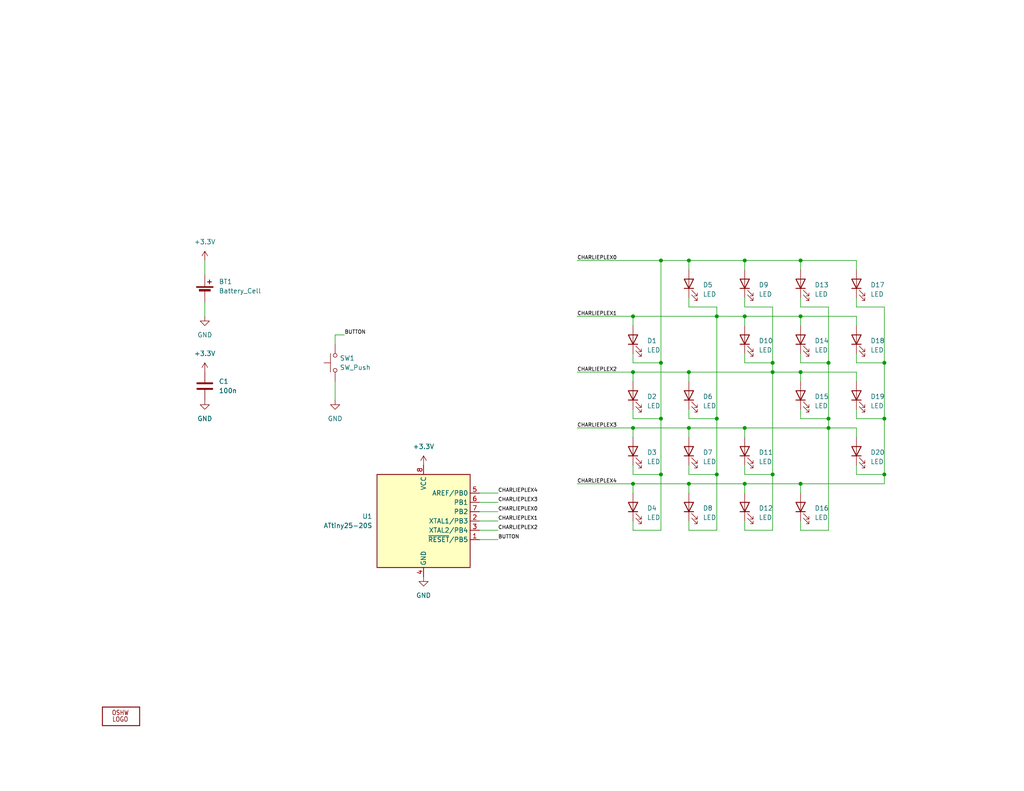
<source format=kicad_sch>
(kicad_sch (version 20230121) (generator eeschema)
  (paper "USLetter")
  (lib_symbols
    (symbol "Device:Battery_Cell" (pin_numbers hide) (pin_names (offset 0) hide)
      (property "Reference" "BT" (at 2.54 2.54 0))
      (property "Value" "Battery_Cell" (at 2.54 0 0))
      (symbol "Battery_Cell_0_1"
        (rectangle (start -2.286 1.778) (end 2.286 1.524) (fill (type outline)))
        (rectangle (start -1.524 1.016) (end 1.524 0.508) (fill (type outline)))
        (polyline (pts (xy 0 0.762) (xy 0 0)))
        (polyline (pts (xy 0 1.778) (xy 0 2.54)))
        (polyline (pts (xy 0.762 3.048) (xy 1.778 3.048)) (stroke (width 0.254)))
        (polyline (pts (xy 1.27 3.556) (xy 1.27 2.54)) (stroke (width 0.254)))
      )
      (symbol "Battery_Cell_1_1"
        (pin passive line (at 0 5.08 270) (length 2.54) (name "+") (number "1"))
        (pin passive line (at 0 -2.54 90) (length 2.54) (name "-") (number "2"))
      )
    )
    (symbol "Device:C" (pin_numbers hide) (pin_names (offset 0.254))
      (property "Reference" "C" (at 0.635 2.54 0))
      (property "Value" "C" (at 0.635 -2.54 0))
      (symbol "C_0_1"
        (polyline (pts (xy -2.032 -0.762) (xy 2.032 -0.762)) (stroke (width 0.508)))
        (polyline (pts (xy -2.032 0.762) (xy 2.032 0.762)) (stroke (width 0.508)))
      )
      (symbol "C_1_1"
        (pin passive line (at 0 3.81 270) (length 2.794) (name "~") (number "1"))
        (pin passive line (at 0 -3.81 90) (length 2.794) (name "~") (number "2"))
      )
    )
    (symbol "Device:LED" (pin_numbers hide) (pin_names (offset 1.016) hide)
      (property "Reference" "D" (at 0 2.54 0))
      (property "Value" "LED" (at 0 -2.54 0))
      (symbol "LED_0_1"
        (polyline (pts (xy -1.27 -1.27) (xy -1.27 1.27)) (stroke (width 0.254)))
        (polyline (pts (xy -1.27 0) (xy 1.27 0)))
        (polyline (pts (xy 1.27 -1.27) (xy 1.27 1.27) (xy -1.27 0) (xy 1.27 -1.27)) (stroke (width 0.254)))
        (polyline (pts (xy -3.048 -0.762) (xy -4.572 -2.286) (xy -3.81 -2.286) (xy -4.572 -2.286) (xy -4.572 -1.524)))
        (polyline (pts (xy -1.778 -0.762) (xy -3.302 -2.286) (xy -2.54 -2.286) (xy -3.302 -2.286) (xy -3.302 -1.524)))
      )
      (symbol "LED_1_1"
        (pin passive line (at -3.81 0 0) (length 2.54) (name "K") (number "1"))
        (pin passive line (at 3.81 0 180) (length 2.54) (name "A") (number "2"))
      )
    )
    (symbol "MCU_Microchip_ATtiny:ATtiny25-20S"
      (property "Reference" "U" (at -12.7 13.97 0))
      (property "Value" "ATtiny25-20S" (at 2.54 -13.97 0))
      (symbol "ATtiny25-20S_0_1"
        (rectangle (start -12.7 -12.7) (end 12.7 12.7) (stroke (width 0.254)) (fill (type background)))
      )
      (symbol "ATtiny25-20S_1_1"
        (pin bidirectional line (at 15.24 -5.08 180) (length 2.54) (name "~{RESET}/PB5") (number "1"))
        (pin bidirectional line (at 15.24 0 180) (length 2.54) (name "XTAL1/PB3") (number "2"))
        (pin bidirectional line (at 15.24 -2.54 180) (length 2.54) (name "XTAL2/PB4") (number "3"))
        (pin power_in line (at 0 -15.24 90) (length 2.54) (name "GND") (number "4"))
        (pin bidirectional line (at 15.24 7.62 180) (length 2.54) (name "AREF/PB0") (number "5"))
        (pin bidirectional line (at 15.24 5.08 180) (length 2.54) (name "PB1") (number "6"))
        (pin bidirectional line (at 15.24 2.54 180) (length 2.54) (name "PB2") (number "7"))
        (pin power_in line (at 0 15.24 270) (length 2.54) (name "VCC") (number "8"))
      )
    )
    (symbol "Switch:SW_Push" (pin_numbers hide) (pin_names (offset 1.016) hide)
      (property "Reference" "SW" (at 1.27 2.54 0))
      (property "Value" "SW_Push" (at 0 -1.524 0))
      (symbol "SW_Push_0_1"
        (circle (center -2.032 0) (radius 0.508))
        (polyline (pts (xy 0 1.27) (xy 0 3.048)))
        (polyline (pts (xy 2.54 1.27) (xy -2.54 1.27)))
        (circle (center 2.032 0) (radius 0.508))
        (pin passive line (at -5.08 0 0) (length 2.54) (name "1") (number "1"))
        (pin passive line (at 5.08 0 180) (length 2.54) (name "2") (number "2"))
      )
    )
    (symbol "power:+3.3V" (power) (pin_names (offset 0))
      (property "Value" "+3.3V" (at 0 3.556 0))
      (symbol "+3.3V_0_1"
        (polyline (pts (xy -0.762 1.27) (xy 0 2.54)))
        (polyline (pts (xy 0 0) (xy 0 2.54)))
        (polyline (pts (xy 0 2.54) (xy 0.762 1.27)))
      )
      (symbol "+3.3V_1_1"
        (pin power_in line (at 0 0 90) (length 0) hide (name "+3.3V") (number "1"))
      )
    )
    (symbol "power:GND" (power) (pin_names (offset 0))
      (property "Value" "GND" (at 0 -3.81 0))
      (symbol "GND_0_1"
        (polyline (pts (xy 0 0) (xy 0 -1.27) (xy 1.27 -1.27) (xy 0 -2.54) (xy -1.27 -1.27) (xy 0 -1.27)))
      )
      (symbol "GND_1_1"
        (pin power_in line (at 0 0 270) (length 0) hide (name "GND") (number "1"))
      )
    )
    (symbol "valentines-heart-punk-r1.2-rotated-eagle-import:OSHW_LOGO_FILLX0100-NT"
      (symbol "OSHW_LOGO_FILLX0100-NT_1_0"
        (polyline (pts (xy -5.08 -2.54) (xy -5.08 2.54)) (stroke (width 0.254)))
        (polyline (pts (xy -5.08 2.54) (xy 5.08 2.54)) (stroke (width 0.254)))
        (polyline (pts (xy 5.08 -2.54) (xy -5.08 -2.54)) (stroke (width 0.254)))
        (polyline (pts (xy 5.08 2.54) (xy 5.08 -2.54)) (stroke (width 0.254)))
        (text "LOGO" (at -2.413 -1.524 0) (effects (font (size 1.27 1.0795)) (justify left bottom)))
        (text "OSHW" (at -2.54 0.254 0) (effects (font (size 1.27 1.0795)) (justify left bottom)))
      )
    )
  )
  (junction (at 218.44 86.36))
  (junction (at 241.3 129.54))
  (junction (at 180.34 129.54))
  (junction (at 180.34 71.12))
  (junction (at 180.34 114.3))
  (junction (at 210.82 101.6))
  (junction (at 203.2 116.84))
  (junction (at 187.96 71.12))
  (junction (at 226.06 114.3))
  (junction (at 172.72 101.6))
  (junction (at 195.58 86.36))
  (junction (at 187.96 116.84))
  (junction (at 172.72 116.84))
  (junction (at 203.2 86.36))
  (junction (at 241.3 114.3))
  (junction (at 187.96 132.08))
  (junction (at 210.82 129.54))
  (junction (at 187.96 101.6))
  (junction (at 218.44 132.08))
  (junction (at 226.06 99.06))
  (junction (at 172.72 132.08))
  (junction (at 218.44 101.6))
  (junction (at 195.58 114.3))
  (junction (at 218.44 71.12))
  (junction (at 180.34 99.06))
  (junction (at 226.06 116.84))
  (junction (at 210.82 99.06))
  (junction (at 195.58 129.54))
  (junction (at 203.2 71.12))
  (junction (at 172.72 86.36))
  (junction (at 203.2 132.08))
  (junction (at 241.3 99.06))
  (wire (pts (xy 172.72 114.3) (xy 172.72 111.76)) (stroke (width 0.1524)))
  (wire (pts (xy 218.44 101.6) (xy 233.68 101.6)) (stroke (width 0.1524)))
  (wire (pts (xy 233.68 86.36) (xy 233.68 88.9)) (stroke (width 0.1524)))
  (wire (pts (xy 203.2 132.08) (xy 203.2 134.62)) (stroke (width 0.1524)))
  (wire (pts (xy 241.3 129.54) (xy 241.3 114.3)) (stroke (width 0.1524)))
  (wire (pts (xy 187.96 83.82) (xy 195.58 83.82)) (stroke (width 0.1524)))
  (wire (pts (xy 187.96 144.78) (xy 187.96 142.24)) (stroke (width 0.1524)))
  (wire (pts (xy 233.68 99.06) (xy 241.3 99.06)) (stroke (width 0.1524)))
  (wire (pts (xy 187.96 116.84) (xy 203.2 116.84)) (stroke (width 0.1524)))
  (wire (pts (xy 203.2 99.06) (xy 210.82 99.06)) (stroke (width 0.1524)))
  (wire (pts (xy 218.44 132.08) (xy 241.3 132.08)) (stroke (width 0.1524)))
  (wire (pts (xy 210.82 99.06) (xy 210.82 101.6)) (stroke (width 0.1524)))
  (wire (pts (xy 195.58 144.78) (xy 195.58 129.54)) (stroke (width 0.1524)))
  (wire (pts (xy 172.72 86.36) (xy 172.72 88.9)) (stroke (width 0.1524)))
  (wire (pts (xy 203.2 132.08) (xy 218.44 132.08)) (stroke (width 0.1524)))
  (wire (pts (xy 241.3 132.08) (xy 241.3 129.54)) (stroke (width 0.1524)))
  (wire (pts (xy 172.72 132.08) (xy 157.48 132.08)) (stroke (width 0.1524)))
  (wire (pts (xy 172.72 129.54) (xy 180.34 129.54)) (stroke (width 0.1524)))
  (wire (pts (xy 233.68 111.76) (xy 233.68 114.3)) (stroke (width 0.1524)))
  (wire (pts (xy 187.96 144.78) (xy 195.58 144.78)) (stroke (width 0.1524)))
  (wire (pts (xy 91.44 91.44) (xy 93.98 91.44)) (stroke (width 0.1524)))
  (wire (pts (xy 210.82 144.78) (xy 210.82 129.54)) (stroke (width 0.1524)))
  (wire (pts (xy 233.68 129.54) (xy 241.3 129.54)) (stroke (width 0.1524)))
  (wire (pts (xy 233.68 96.52) (xy 233.68 99.06)) (stroke (width 0.1524)))
  (wire (pts (xy 55.88 83.82) (xy 55.88 86.36)) (stroke (width 0.1524)))
  (wire (pts (xy 203.2 86.36) (xy 195.58 86.36)) (stroke (width 0.1524)))
  (wire (pts (xy 218.44 86.36) (xy 233.68 86.36)) (stroke (width 0.1524)))
  (wire (pts (xy 203.2 86.36) (xy 203.2 88.9)) (stroke (width 0.1524)))
  (wire (pts (xy 130.81 144.78) (xy 135.89 144.78)) (stroke (width 0.1524)))
  (wire (pts (xy 180.34 99.06) (xy 180.34 114.3)) (stroke (width 0.1524)))
  (wire (pts (xy 210.82 101.6) (xy 187.96 101.6)) (stroke (width 0.1524)))
  (wire (pts (xy 218.44 99.06) (xy 218.44 96.52)) (stroke (width 0.1524)))
  (wire (pts (xy 226.06 114.3) (xy 226.06 116.84)) (stroke (width 0.1524)))
  (wire (pts (xy 218.44 99.06) (xy 226.06 99.06)) (stroke (width 0.1524)))
  (wire (pts (xy 210.82 129.54) (xy 210.82 101.6)) (stroke (width 0.1524)))
  (wire (pts (xy 55.88 82.55) (xy 55.88 83.82)))
  (wire (pts (xy 172.72 144.78) (xy 172.72 142.24)) (stroke (width 0.1524)))
  (wire (pts (xy 233.68 116.84) (xy 233.68 119.38)) (stroke (width 0.1524)))
  (wire (pts (xy 172.72 99.06) (xy 172.72 96.52)) (stroke (width 0.1524)))
  (wire (pts (xy 172.72 132.08) (xy 172.72 134.62)) (stroke (width 0.1524)))
  (wire (pts (xy 187.96 71.12) (xy 187.96 73.66)) (stroke (width 0.1524)))
  (wire (pts (xy 203.2 71.12) (xy 203.2 73.66)) (stroke (width 0.1524)))
  (wire (pts (xy 187.96 116.84) (xy 187.96 119.38)) (stroke (width 0.1524)))
  (wire (pts (xy 172.72 101.6) (xy 157.48 101.6)) (stroke (width 0.1524)))
  (wire (pts (xy 195.58 114.3) (xy 195.58 86.36)) (stroke (width 0.1524)))
  (wire (pts (xy 157.48 86.36) (xy 172.72 86.36)) (stroke (width 0.1524)))
  (wire (pts (xy 172.72 114.3) (xy 180.34 114.3)) (stroke (width 0.1524)))
  (wire (pts (xy 241.3 114.3) (xy 241.3 99.06)) (stroke (width 0.1524)))
  (wire (pts (xy 195.58 83.82) (xy 195.58 86.36)) (stroke (width 0.1524)))
  (wire (pts (xy 130.81 142.24) (xy 135.89 142.24)) (stroke (width 0.1524)))
  (wire (pts (xy 226.06 99.06) (xy 226.06 114.3)) (stroke (width 0.1524)))
  (wire (pts (xy 203.2 116.84) (xy 226.06 116.84)) (stroke (width 0.1524)))
  (wire (pts (xy 233.68 127) (xy 233.68 129.54)) (stroke (width 0.1524)))
  (wire (pts (xy 226.06 116.84) (xy 233.68 116.84)) (stroke (width 0.1524)))
  (wire (pts (xy 172.72 116.84) (xy 187.96 116.84)) (stroke (width 0.1524)))
  (wire (pts (xy 218.44 101.6) (xy 210.82 101.6)) (stroke (width 0.1524)))
  (wire (pts (xy 241.3 83.82) (xy 233.68 83.82)) (stroke (width 0.1524)))
  (wire (pts (xy 233.68 101.6) (xy 233.68 104.14)) (stroke (width 0.1524)))
  (wire (pts (xy 241.3 99.06) (xy 241.3 83.82)) (stroke (width 0.1524)))
  (wire (pts (xy 226.06 116.84) (xy 226.06 144.78)) (stroke (width 0.1524)))
  (wire (pts (xy 187.96 132.08) (xy 203.2 132.08)) (stroke (width 0.1524)))
  (wire (pts (xy 218.44 86.36) (xy 218.44 88.9)) (stroke (width 0.1524)))
  (wire (pts (xy 218.44 71.12) (xy 233.68 71.12)) (stroke (width 0.1524)))
  (wire (pts (xy 172.72 101.6) (xy 172.72 104.14)) (stroke (width 0.1524)))
  (wire (pts (xy 130.81 137.16) (xy 135.89 137.16)) (stroke (width 0.1524)))
  (wire (pts (xy 187.96 114.3) (xy 187.96 111.76)) (stroke (width 0.1524)))
  (wire (pts (xy 172.72 129.54) (xy 172.72 127)) (stroke (width 0.1524)))
  (wire (pts (xy 218.44 114.3) (xy 226.06 114.3)) (stroke (width 0.1524)))
  (wire (pts (xy 233.68 114.3) (xy 241.3 114.3)) (stroke (width 0.1524)))
  (wire (pts (xy 187.96 71.12) (xy 180.34 71.12)) (stroke (width 0.1524)))
  (wire (pts (xy 91.44 109.22) (xy 91.44 104.14)) (stroke (width 0.1524)))
  (wire (pts (xy 180.34 71.12) (xy 180.34 99.06)) (stroke (width 0.1524)))
  (wire (pts (xy 187.96 129.54) (xy 195.58 129.54)) (stroke (width 0.1524)))
  (wire (pts (xy 203.2 83.82) (xy 210.82 83.82)) (stroke (width 0.1524)))
  (wire (pts (xy 218.44 71.12) (xy 203.2 71.12)) (stroke (width 0.1524)))
  (wire (pts (xy 55.88 71.12) (xy 55.88 74.93)) (stroke (width 0.1524)))
  (wire (pts (xy 195.58 129.54) (xy 195.58 114.3)) (stroke (width 0.1524)))
  (wire (pts (xy 203.2 129.54) (xy 203.2 127)) (stroke (width 0.1524)))
  (wire (pts (xy 180.34 144.78) (xy 172.72 144.78)) (stroke (width 0.1524)))
  (wire (pts (xy 233.68 83.82) (xy 233.68 81.28)) (stroke (width 0.1524)))
  (wire (pts (xy 180.34 71.12) (xy 157.48 71.12)) (stroke (width 0.1524)))
  (wire (pts (xy 203.2 144.78) (xy 203.2 142.24)) (stroke (width 0.1524)))
  (wire (pts (xy 187.96 83.82) (xy 187.96 81.28)) (stroke (width 0.1524)))
  (wire (pts (xy 91.44 91.44) (xy 91.44 93.98)) (stroke (width 0.1524)))
  (wire (pts (xy 203.2 83.82) (xy 203.2 81.28)) (stroke (width 0.1524)))
  (wire (pts (xy 203.2 86.36) (xy 218.44 86.36)) (stroke (width 0.1524)))
  (wire (pts (xy 187.96 101.6) (xy 187.96 104.14)) (stroke (width 0.1524)))
  (wire (pts (xy 130.81 139.7) (xy 135.89 139.7)) (stroke (width 0.1524)))
  (wire (pts (xy 218.44 83.82) (xy 218.44 81.28)) (stroke (width 0.1524)))
  (wire (pts (xy 218.44 83.82) (xy 226.06 83.82)) (stroke (width 0.1524)))
  (wire (pts (xy 218.44 71.12) (xy 218.44 73.66)) (stroke (width 0.1524)))
  (wire (pts (xy 187.96 129.54) (xy 187.96 127)) (stroke (width 0.1524)))
  (wire (pts (xy 195.58 86.36) (xy 172.72 86.36)) (stroke (width 0.1524)))
  (wire (pts (xy 203.2 71.12) (xy 187.96 71.12)) (stroke (width 0.1524)))
  (wire (pts (xy 203.2 144.78) (xy 210.82 144.78)) (stroke (width 0.1524)))
  (wire (pts (xy 172.72 99.06) (xy 180.34 99.06)) (stroke (width 0.1524)))
  (wire (pts (xy 187.96 114.3) (xy 195.58 114.3)) (stroke (width 0.1524)))
  (wire (pts (xy 172.72 116.84) (xy 172.72 119.38)) (stroke (width 0.1524)))
  (wire (pts (xy 218.44 114.3) (xy 218.44 111.76)) (stroke (width 0.1524)))
  (wire (pts (xy 130.81 147.32) (xy 135.89 147.32)) (stroke (width 0.1524)))
  (wire (pts (xy 187.96 101.6) (xy 172.72 101.6)) (stroke (width 0.1524)))
  (wire (pts (xy 226.06 144.78) (xy 218.44 144.78)) (stroke (width 0.1524)))
  (wire (pts (xy 203.2 99.06) (xy 203.2 96.52)) (stroke (width 0.1524)))
  (wire (pts (xy 172.72 132.08) (xy 187.96 132.08)) (stroke (width 0.1524)))
  (wire (pts (xy 130.81 134.62) (xy 135.89 134.62)) (stroke (width 0.1524)))
  (wire (pts (xy 180.34 129.54) (xy 180.34 144.78)) (stroke (width 0.1524)))
  (wire (pts (xy 187.96 132.08) (xy 187.96 134.62)) (stroke (width 0.1524)))
  (wire (pts (xy 180.34 114.3) (xy 180.34 129.54)) (stroke (width 0.1524)))
  (wire (pts (xy 218.44 101.6) (xy 218.44 104.14)) (stroke (width 0.1524)))
  (wire (pts (xy 218.44 144.78) (xy 218.44 142.24)) (stroke (width 0.1524)))
  (wire (pts (xy 210.82 83.82) (xy 210.82 99.06)) (stroke (width 0.1524)))
  (wire (pts (xy 172.72 116.84) (xy 157.48 116.84)) (stroke (width 0.1524)))
  (wire (pts (xy 210.82 129.54) (xy 203.2 129.54)) (stroke (width 0.1524)))
  (wire (pts (xy 218.44 132.08) (xy 218.44 134.62)) (stroke (width 0.1524)))
  (wire (pts (xy 226.06 83.82) (xy 226.06 99.06)) (stroke (width 0.1524)))
  (wire (pts (xy 203.2 116.84) (xy 203.2 119.38)) (stroke (width 0.1524)))
  (wire (pts (xy 233.68 71.12) (xy 233.68 73.66)) (stroke (width 0.1524)))
  (label "CHARLIEPLEX4" (at 157.48 132.08 0) (effects (font (size 0.9957 0.9957))))
  (label "CHARLIEPLEX2" (at 157.48 101.6 0) (effects (font (size 0.9957 0.9957))))
  (label "CHARLIEPLEX0" (at 157.48 71.12 0) (effects (font (size 0.9957 0.9957))))
  (label "BUTTON" (at 135.89 147.32 0) (effects (font (size 0.9957 0.9957))))
  (label "CHARLIEPLEX4" (at 135.89 134.62 0) (effects (font (size 0.9957 0.9957))))
  (label "CHARLIEPLEX3" (at 157.48 116.84 0) (effects (font (size 0.9957 0.9957))))
  (label "CHARLIEPLEX2" (at 135.89 144.78 0) (effects (font (size 0.9957 0.9957))))
  (label "CHARLIEPLEX1" (at 135.89 142.24 0) (effects (font (size 0.9957 0.9957))))
  (label "BUTTON" (at 93.98 91.44 0) (effects (font (size 0.9957 0.9957))))
  (label "CHARLIEPLEX1" (at 157.48 86.36 0) (effects (font (size 0.9957 0.9957))))
  (label "CHARLIEPLEX3" (at 135.89 137.16 0) (effects (font (size 0.9957 0.9957))))
  (label "CHARLIEPLEX0" (at 135.89 139.7 0) (effects (font (size 0.9957 0.9957))))
  (symbol (lib_id "Device:LED") (at 218.44 107.95 90) (unit 1)
    (property "Reference" "D15" (at 222.25 108.2675 90) (effects (justify right)))
    (property "Value" "LED" (at 222.25 110.8075 90) (effects (justify right)))
    (property "Footprint" "LED_SMD:LED_1206_3216Metric" (effects hide))
  )
  (symbol (lib_id "Device:LED") (at 203.2 92.71 90) (unit 1)
    (property "Reference" "D10" (at 207.01 93.0275 90) (effects (justify right)))
    (property "Value" "LED" (at 207.01 95.5675 90) (effects (justify right)))
    (property "Footprint" "LED_SMD:LED_1206_3216Metric" (effects hide))
  )
  (symbol (lib_id "power:GND") (at 55.88 86.36 0) (unit 1)
    (property "Reference" "#PWR01" (effects hide))
    (property "Value" "GND" (at 55.88 91.44 0))
  )
  (symbol (lib_id "Device:LED") (at 203.2 77.47 90) (unit 1)
    (property "Reference" "D9" (at 207.01 77.7875 90) (effects (justify right)))
    (property "Value" "LED" (at 207.01 80.3275 90) (effects (justify right)))
    (property "Footprint" "LED_SMD:LED_1206_3216Metric" (effects hide))
  )
  (symbol (lib_id "power:GND") (at 115.57 157.48 0) (unit 1)
    (property "Reference" "#PWR04" (effects hide))
    (property "Value" "GND" (at 115.57 162.56 0))
  )
  (symbol (lib_id "Device:C") (at 55.88 105.41 0) (unit 1)
    (property "Reference" "C1" (at 59.69 104.14 0) (effects (justify left)))
    (property "Value" "100n" (at 59.69 106.68 0) (effects (justify left)))
    (property "Footprint" "Capacitor_SMD:C_1206_3216Metric" (effects hide))
  )
  (symbol (lib_id "Device:LED") (at 233.68 77.47 90) (unit 1)
    (property "Reference" "D17" (at 237.49 77.7875 90) (effects (justify right)))
    (property "Value" "LED" (at 237.49 80.3275 90) (effects (justify right)))
    (property "Footprint" "LED_SMD:LED_1206_3216Metric" (effects hide))
  )
  (symbol (lib_id "Device:LED") (at 172.72 138.43 90) (unit 1)
    (property "Reference" "D4" (at 176.53 138.7475 90) (effects (justify right)))
    (property "Value" "LED" (at 176.53 141.2875 90) (effects (justify right)))
    (property "Footprint" "LED_SMD:LED_1206_3216Metric" (effects hide))
  )
  (symbol (lib_id "Device:LED") (at 172.72 92.71 90) (unit 1)
    (property "Reference" "D1" (at 176.53 93.0275 90) (effects (justify right)))
    (property "Value" "LED" (at 176.53 95.5675 90) (effects (justify right)))
    (property "Footprint" "LED_SMD:LED_1206_3216Metric" (effects hide))
  )
  (symbol (lib_id "Device:LED") (at 218.44 92.71 90) (unit 1)
    (property "Reference" "D14" (at 222.25 93.0275 90) (effects (justify right)))
    (property "Value" "LED" (at 222.25 95.5675 90) (effects (justify right)))
    (property "Footprint" "LED_SMD:LED_1206_3216Metric" (effects hide))
  )
  (symbol (lib_id "power:+3.3V") (at 55.88 71.12 0) (unit 1)
    (property "Reference" "#PWR07" (effects hide))
    (property "Value" "+3.3V" (at 55.88 66.04 0))
  )
  (symbol (lib_id "Device:Battery_Cell") (at 55.88 80.01 0) (unit 1)
    (property "Reference" "BT1" (at 59.69 76.8985 0) (effects (justify left)))
    (property "Value" "Battery_Cell" (at 59.69 79.4385 0) (effects (justify left)))
    (property "Footprint" "Battery:BatteryHolder_Keystone_1060_1x2032" (effects hide))
  )
  (symbol (lib_id "Device:LED") (at 233.68 123.19 90) (unit 1)
    (property "Reference" "D20" (at 237.49 123.5075 90) (effects (justify right)))
    (property "Value" "LED" (at 237.49 126.0475 90) (effects (justify right)))
    (property "Footprint" "LED_SMD:LED_1206_3216Metric" (effects hide))
  )
  (symbol (lib_id "Device:LED") (at 233.68 92.71 90) (unit 1)
    (property "Reference" "D18" (at 237.49 93.0275 90) (effects (justify right)))
    (property "Value" "LED" (at 237.49 95.5675 90) (effects (justify right)))
    (property "Footprint" "LED_SMD:LED_1206_3216Metric" (effects hide))
  )
  (symbol (lib_id "Switch:SW_Push") (at 91.44 99.06 90) (unit 1)
    (property "Reference" "SW1" (at 92.71 97.79 90) (effects (justify right)))
    (property "Value" "SW_Push" (at 92.71 100.33 90) (effects (justify right)))
    (property "Footprint" "Button_Switch_SMD:SW_SPST_CK_RS282G05A3" (effects hide))
  )
  (symbol (lib_id "Device:LED") (at 218.44 138.43 90) (unit 1)
    (property "Reference" "D16" (at 222.25 138.7475 90) (effects (justify right)))
    (property "Value" "LED" (at 222.25 141.2875 90) (effects (justify right)))
    (property "Footprint" "LED_SMD:LED_1206_3216Metric" (effects hide))
  )
  (symbol (lib_id "Device:LED") (at 172.72 107.95 90) (unit 1)
    (property "Reference" "D2" (at 176.53 108.2675 90) (effects (justify right)))
    (property "Value" "LED" (at 176.53 110.8075 90) (effects (justify right)))
    (property "Footprint" "LED_SMD:LED_1206_3216Metric" (effects hide))
  )
  (symbol (lib_id "Device:LED") (at 187.96 107.95 90) (unit 1)
    (property "Reference" "D6" (at 191.77 108.2675 90) (effects (justify right)))
    (property "Value" "LED" (at 191.77 110.8075 90) (effects (justify right)))
    (property "Footprint" "LED_SMD:LED_1206_3216Metric" (effects hide))
  )
  (symbol (lib_id "power:+3.3V") (at 115.57 127 0) (unit 1)
    (property "Reference" "#PWR05" (effects hide))
    (property "Value" "+3.3V" (at 115.57 121.92 0))
  )
  (symbol (lib_id "Device:LED") (at 203.2 123.19 90) (unit 1)
    (property "Reference" "D11" (at 207.01 123.5075 90) (effects (justify right)))
    (property "Value" "LED" (at 207.01 126.0475 90) (effects (justify right)))
    (property "Footprint" "LED_SMD:LED_1206_3216Metric" (effects hide))
  )
  (symbol (lib_id "Device:LED") (at 172.72 123.19 90) (unit 1)
    (property "Reference" "D3" (at 176.53 123.5075 90) (effects (justify right)))
    (property "Value" "LED" (at 176.53 126.0475 90) (effects (justify right)))
    (property "Footprint" "LED_SMD:LED_1206_3216Metric" (effects hide))
  )
  (symbol (lib_id "power:+3.3V") (at 55.88 101.6 0) (unit 1)
    (property "Reference" "#PWR06" (effects hide))
    (property "Value" "+3.3V" (at 55.88 96.52 0))
  )
  (symbol (lib_id "power:GND") (at 91.44 109.22 0) (unit 1)
    (property "Reference" "#PWR03" (effects hide))
    (property "Value" "GND" (at 91.44 114.3 0))
  )
  (symbol (lib_id "valentines-heart-punk-r1.2-rotated-eagle-import:OSHW_LOGO_FILLX0100-NT") (at 33.02 195.58 0) (unit 1)
    (property "Reference" "LOGO1" (effects hide))
    (property "Value" "OSHW_LOGO_FILLX0100-NT" (effects hide))
    (property "Footprint" "valentines-heart-punk-r1.2-rotated:OSHW_FILLX100_NOTEXT" (effects hide))
  )
  (symbol (lib_id "Device:LED") (at 187.96 77.47 90) (unit 1)
    (property "Reference" "D5" (at 191.77 77.7875 90) (effects (justify right)))
    (property "Value" "LED" (at 191.77 80.3275 90) (effects (justify right)))
    (property "Footprint" "LED_SMD:LED_1206_3216Metric" (effects hide))
  )
  (symbol (lib_id "Device:LED") (at 187.96 138.43 90) (unit 1)
    (property "Reference" "D8" (at 191.77 138.7475 90) (effects (justify right)))
    (property "Value" "LED" (at 191.77 141.2875 90) (effects (justify right)))
    (property "Footprint" "LED_SMD:LED_1206_3216Metric" (effects hide))
  )
  (symbol (lib_id "Device:LED") (at 187.96 123.19 90) (unit 1)
    (property "Reference" "D7" (at 191.77 123.5075 90) (effects (justify right)))
    (property "Value" "LED" (at 191.77 126.0475 90) (effects (justify right)))
    (property "Footprint" "LED_SMD:LED_1206_3216Metric" (effects hide))
  )
  (symbol (lib_id "Device:LED") (at 233.68 107.95 90) (unit 1)
    (property "Reference" "D19" (at 237.49 108.2675 90) (effects (justify right)))
    (property "Value" "LED" (at 237.49 110.8075 90) (effects (justify right)))
    (property "Footprint" "LED_SMD:LED_1206_3216Metric" (effects hide))
  )
  (symbol (lib_id "power:GND") (at 55.88 109.22 0) (unit 1)
    (property "Reference" "#PWR02" (effects hide))
    (property "Value" "GND" (at 55.88 114.3 0))
  )
  (symbol (lib_id "MCU_Microchip_ATtiny:ATtiny25-20S") (at 115.57 142.24 0) (unit 1)
    (property "Reference" "U1" (at 101.6 140.97 0) (effects (justify right)))
    (property "Value" "ATtiny25-20S" (at 101.6 143.51 0) (effects (justify right)))
    (property "Footprint" "Package_SO:SOIC-8W_5.3x5.3mm_P1.27mm" (effects hide))
    (property "Datasheet" "http://ww1.microchip.com/downloads/en/DeviceDoc/atmel-2586-avr-8-bit-microcontroller-attiny25-attiny45-attiny85_datasheet.pdf" (effects hide))
  )
  (symbol (lib_id "Device:LED") (at 218.44 77.47 90) (unit 1)
    (property "Reference" "D13" (at 222.25 77.7875 90) (effects (justify right)))
    (property "Value" "LED" (at 222.25 80.3275 90) (effects (justify right)))
    (property "Footprint" "LED_SMD:LED_1206_3216Metric" (effects hide))
  )
  (symbol (lib_id "Device:LED") (at 203.2 138.43 90) (unit 1)
    (property "Reference" "D12" (at 207.01 138.7475 90) (effects (justify right)))
    (property "Value" "LED" (at 207.01 141.2875 90) (effects (justify right)))
    (property "Footprint" "LED_SMD:LED_1206_3216Metric" (effects hide))
  )
)
</source>
